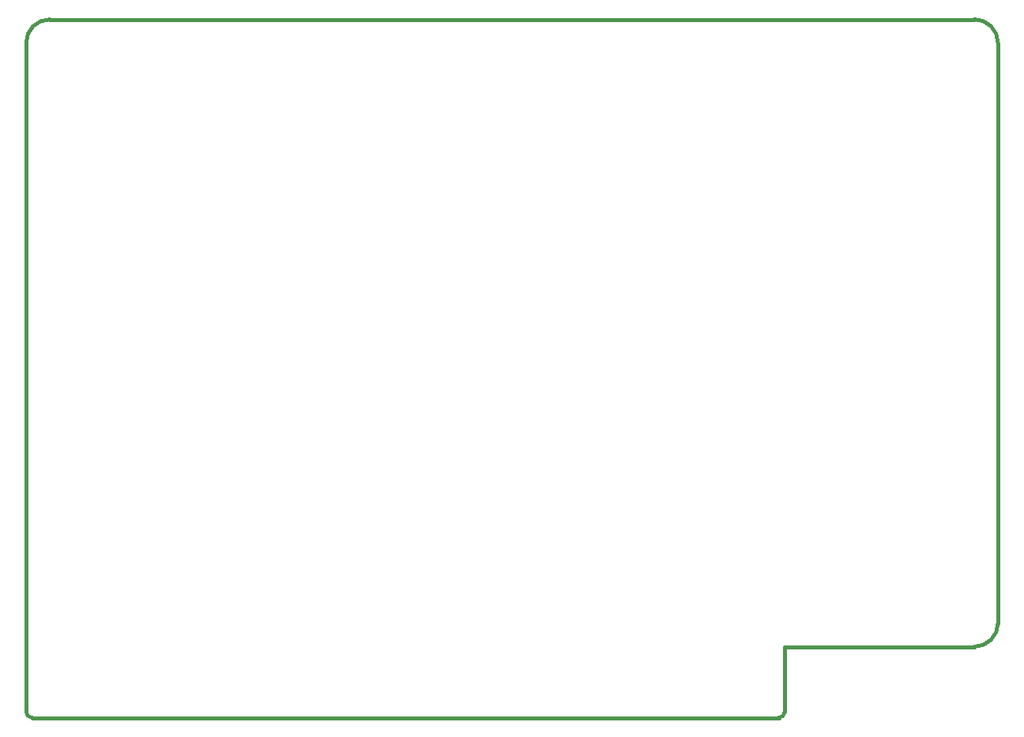
<source format=gm1>
%TF.GenerationSoftware,KiCad,Pcbnew,(5.1.8)-1*%
%TF.CreationDate,2021-04-30T16:31:18-07:00*%
%TF.ProjectId,ISA8_Ethernet,49534138-5f45-4746-9865-726e65742e6b,1.0*%
%TF.SameCoordinates,Original*%
%TF.FileFunction,Profile,NP*%
%FSLAX46Y46*%
G04 Gerber Fmt 4.6, Leading zero omitted, Abs format (unit mm)*
G04 Created by KiCad (PCBNEW (5.1.8)-1) date 2021-04-30 16:31:18*
%MOMM*%
%LPD*%
G01*
G04 APERTURE LIST*
%TA.AperFunction,Profile*%
%ADD10C,0.381000*%
%TD*%
G04 APERTURE END LIST*
D10*
X203200000Y-59690000D02*
X104140000Y-59690000D01*
X101600000Y-133985000D02*
X101600000Y-62230000D01*
X205740000Y-124460000D02*
X205740000Y-62230000D01*
X104140000Y-59690000D02*
G75*
G03*
X101600000Y-62230000I0J-2540000D01*
G01*
X203200000Y-127000000D02*
X182880000Y-127000000D01*
X203200000Y-127000000D02*
G75*
G03*
X205740000Y-124460000I0J2540000D01*
G01*
X205740000Y-62230000D02*
G75*
G03*
X203200000Y-59690000I-2540000J0D01*
G01*
X182880000Y-133985000D02*
X182880000Y-127000000D01*
X102235000Y-134620000D02*
X182245000Y-134620000D01*
X182245000Y-134620000D02*
G75*
G03*
X182880000Y-133985000I0J635000D01*
G01*
X101600000Y-133985000D02*
G75*
G03*
X102235000Y-134620000I635000J0D01*
G01*
M02*

</source>
